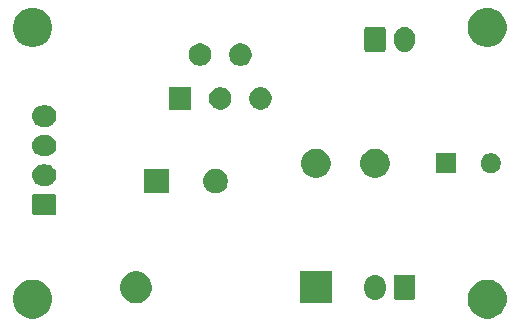
<source format=gbr>
G04 #@! TF.GenerationSoftware,KiCad,Pcbnew,5.1.6-c6e7f7d~87~ubuntu20.04.1*
G04 #@! TF.CreationDate,2020-08-21T13:28:06+01:00*
G04 #@! TF.ProjectId,power_supply,706f7765-725f-4737-9570-706c792e6b69,rev?*
G04 #@! TF.SameCoordinates,Original*
G04 #@! TF.FileFunction,Soldermask,Top*
G04 #@! TF.FilePolarity,Negative*
%FSLAX46Y46*%
G04 Gerber Fmt 4.6, Leading zero omitted, Abs format (unit mm)*
G04 Created by KiCad (PCBNEW 5.1.6-c6e7f7d~87~ubuntu20.04.1) date 2020-08-21 13:28:06*
%MOMM*%
%LPD*%
G01*
G04 APERTURE LIST*
%ADD10C,0.100000*%
G04 APERTURE END LIST*
D10*
G36*
X200875256Y-136891298D02*
G01*
X200981579Y-136912447D01*
X201282042Y-137036903D01*
X201552451Y-137217585D01*
X201782415Y-137447549D01*
X201963097Y-137717958D01*
X202078460Y-137996468D01*
X202087553Y-138018422D01*
X202151000Y-138337389D01*
X202151000Y-138662611D01*
X202144111Y-138697242D01*
X202087553Y-138981579D01*
X201963097Y-139282042D01*
X201782415Y-139552451D01*
X201552451Y-139782415D01*
X201282042Y-139963097D01*
X200981579Y-140087553D01*
X200875256Y-140108702D01*
X200662611Y-140151000D01*
X200337389Y-140151000D01*
X200124744Y-140108702D01*
X200018421Y-140087553D01*
X199717958Y-139963097D01*
X199447549Y-139782415D01*
X199217585Y-139552451D01*
X199036903Y-139282042D01*
X198912447Y-138981579D01*
X198855889Y-138697242D01*
X198849000Y-138662611D01*
X198849000Y-138337389D01*
X198912447Y-138018422D01*
X198921541Y-137996468D01*
X199036903Y-137717958D01*
X199217585Y-137447549D01*
X199447549Y-137217585D01*
X199717958Y-137036903D01*
X200018421Y-136912447D01*
X200124744Y-136891298D01*
X200337389Y-136849000D01*
X200662611Y-136849000D01*
X200875256Y-136891298D01*
G37*
G36*
X162375256Y-136891298D02*
G01*
X162481579Y-136912447D01*
X162782042Y-137036903D01*
X163052451Y-137217585D01*
X163282415Y-137447549D01*
X163463097Y-137717958D01*
X163578460Y-137996468D01*
X163587553Y-138018422D01*
X163651000Y-138337389D01*
X163651000Y-138662611D01*
X163644111Y-138697242D01*
X163587553Y-138981579D01*
X163463097Y-139282042D01*
X163282415Y-139552451D01*
X163052451Y-139782415D01*
X162782042Y-139963097D01*
X162481579Y-140087553D01*
X162375256Y-140108702D01*
X162162611Y-140151000D01*
X161837389Y-140151000D01*
X161624744Y-140108702D01*
X161518421Y-140087553D01*
X161217958Y-139963097D01*
X160947549Y-139782415D01*
X160717585Y-139552451D01*
X160536903Y-139282042D01*
X160412447Y-138981579D01*
X160355889Y-138697242D01*
X160349000Y-138662611D01*
X160349000Y-138337389D01*
X160412447Y-138018422D01*
X160421541Y-137996468D01*
X160536903Y-137717958D01*
X160717585Y-137447549D01*
X160947549Y-137217585D01*
X161217958Y-137036903D01*
X161518421Y-136912447D01*
X161624744Y-136891298D01*
X161837389Y-136849000D01*
X162162611Y-136849000D01*
X162375256Y-136891298D01*
G37*
G36*
X187351000Y-138851000D02*
G01*
X184649000Y-138851000D01*
X184649000Y-136149000D01*
X187351000Y-136149000D01*
X187351000Y-138851000D01*
G37*
G36*
X171154072Y-136200918D02*
G01*
X171399939Y-136302759D01*
X171511328Y-136377187D01*
X171621211Y-136450609D01*
X171809391Y-136638789D01*
X171957242Y-136860063D01*
X172059082Y-137105928D01*
X172111000Y-137366937D01*
X172111000Y-137633063D01*
X172098827Y-137694259D01*
X172059082Y-137894072D01*
X171957241Y-138139939D01*
X171948520Y-138152991D01*
X171809391Y-138361211D01*
X171621211Y-138549391D01*
X171612279Y-138555359D01*
X171399939Y-138697241D01*
X171399938Y-138697242D01*
X171399937Y-138697242D01*
X171154072Y-138799082D01*
X170893063Y-138851000D01*
X170626937Y-138851000D01*
X170365928Y-138799082D01*
X170120063Y-138697242D01*
X170120062Y-138697242D01*
X170120061Y-138697241D01*
X169907721Y-138555359D01*
X169898789Y-138549391D01*
X169710609Y-138361211D01*
X169571480Y-138152991D01*
X169562759Y-138139939D01*
X169460918Y-137894072D01*
X169421173Y-137694259D01*
X169409000Y-137633063D01*
X169409000Y-137366937D01*
X169460918Y-137105928D01*
X169562758Y-136860063D01*
X169710609Y-136638789D01*
X169898789Y-136450609D01*
X170008672Y-136377187D01*
X170120061Y-136302759D01*
X170365928Y-136200918D01*
X170626937Y-136149000D01*
X170893063Y-136149000D01*
X171154072Y-136200918D01*
G37*
G36*
X191176627Y-136462037D02*
G01*
X191346466Y-136513557D01*
X191502991Y-136597222D01*
X191538729Y-136626552D01*
X191640186Y-136709814D01*
X191723448Y-136811271D01*
X191752778Y-136847009D01*
X191836443Y-137003534D01*
X191887963Y-137173374D01*
X191901000Y-137305743D01*
X191901000Y-137694258D01*
X191887963Y-137826627D01*
X191836443Y-137996466D01*
X191752778Y-138152991D01*
X191723448Y-138188729D01*
X191640186Y-138290186D01*
X191502989Y-138402779D01*
X191346467Y-138486442D01*
X191346465Y-138486443D01*
X191176626Y-138537963D01*
X191000000Y-138555359D01*
X190823373Y-138537963D01*
X190653534Y-138486443D01*
X190497009Y-138402778D01*
X190446361Y-138361212D01*
X190359814Y-138290186D01*
X190247221Y-138152989D01*
X190163558Y-137996467D01*
X190163557Y-137996465D01*
X190112037Y-137826626D01*
X190105519Y-137760442D01*
X190099000Y-137694259D01*
X190099000Y-137305740D01*
X190112037Y-137173375D01*
X190112037Y-137173373D01*
X190163557Y-137003534D01*
X190247222Y-136847009D01*
X190359815Y-136709815D01*
X190497010Y-136597222D01*
X190653535Y-136513557D01*
X190823374Y-136462037D01*
X191000000Y-136444641D01*
X191176627Y-136462037D01*
G37*
G36*
X194258600Y-136452989D02*
G01*
X194291652Y-136463015D01*
X194322103Y-136479292D01*
X194348799Y-136501201D01*
X194370708Y-136527897D01*
X194386985Y-136558348D01*
X194397011Y-136591400D01*
X194401000Y-136631903D01*
X194401000Y-138368097D01*
X194397011Y-138408600D01*
X194386985Y-138441652D01*
X194370708Y-138472103D01*
X194348799Y-138498799D01*
X194322103Y-138520708D01*
X194291652Y-138536985D01*
X194258600Y-138547011D01*
X194218097Y-138551000D01*
X192781903Y-138551000D01*
X192741400Y-138547011D01*
X192708348Y-138536985D01*
X192677897Y-138520708D01*
X192651201Y-138498799D01*
X192629292Y-138472103D01*
X192613015Y-138441652D01*
X192602989Y-138408600D01*
X192599000Y-138368097D01*
X192599000Y-136631903D01*
X192602989Y-136591400D01*
X192613015Y-136558348D01*
X192629292Y-136527897D01*
X192651201Y-136501201D01*
X192677897Y-136479292D01*
X192708348Y-136463015D01*
X192741400Y-136452989D01*
X192781903Y-136449000D01*
X194218097Y-136449000D01*
X194258600Y-136452989D01*
G37*
G36*
X163883600Y-129602989D02*
G01*
X163916652Y-129613015D01*
X163947103Y-129629292D01*
X163973799Y-129651201D01*
X163995708Y-129677897D01*
X164011985Y-129708348D01*
X164022011Y-129741400D01*
X164026000Y-129781903D01*
X164026000Y-131218097D01*
X164022011Y-131258600D01*
X164011985Y-131291652D01*
X163995708Y-131322103D01*
X163973799Y-131348799D01*
X163947103Y-131370708D01*
X163916652Y-131386985D01*
X163883600Y-131397011D01*
X163843097Y-131401000D01*
X162156903Y-131401000D01*
X162116400Y-131397011D01*
X162083348Y-131386985D01*
X162052897Y-131370708D01*
X162026201Y-131348799D01*
X162004292Y-131322103D01*
X161988015Y-131291652D01*
X161977989Y-131258600D01*
X161974000Y-131218097D01*
X161974000Y-129781903D01*
X161977989Y-129741400D01*
X161988015Y-129708348D01*
X162004292Y-129677897D01*
X162026201Y-129651201D01*
X162052897Y-129629292D01*
X162083348Y-129613015D01*
X162116400Y-129602989D01*
X162156903Y-129599000D01*
X163843097Y-129599000D01*
X163883600Y-129602989D01*
G37*
G36*
X177806564Y-127489389D02*
G01*
X177997833Y-127568615D01*
X177997835Y-127568616D01*
X178169973Y-127683635D01*
X178316365Y-127830027D01*
X178411039Y-127971716D01*
X178431385Y-128002167D01*
X178510611Y-128193436D01*
X178551000Y-128396484D01*
X178551000Y-128603516D01*
X178510611Y-128806564D01*
X178471494Y-128901000D01*
X178431384Y-128997835D01*
X178316365Y-129169973D01*
X178169973Y-129316365D01*
X177997835Y-129431384D01*
X177997834Y-129431385D01*
X177997833Y-129431385D01*
X177806564Y-129510611D01*
X177603516Y-129551000D01*
X177396484Y-129551000D01*
X177193436Y-129510611D01*
X177002167Y-129431385D01*
X177002166Y-129431385D01*
X177002165Y-129431384D01*
X176830027Y-129316365D01*
X176683635Y-129169973D01*
X176568616Y-128997835D01*
X176528506Y-128901000D01*
X176489389Y-128806564D01*
X176449000Y-128603516D01*
X176449000Y-128396484D01*
X176489389Y-128193436D01*
X176568615Y-128002167D01*
X176588962Y-127971716D01*
X176683635Y-127830027D01*
X176830027Y-127683635D01*
X177002165Y-127568616D01*
X177002167Y-127568615D01*
X177193436Y-127489389D01*
X177396484Y-127449000D01*
X177603516Y-127449000D01*
X177806564Y-127489389D01*
G37*
G36*
X173551000Y-129551000D02*
G01*
X171449000Y-129551000D01*
X171449000Y-127449000D01*
X173551000Y-127449000D01*
X173551000Y-129551000D01*
G37*
G36*
X163235443Y-127105519D02*
G01*
X163301627Y-127112037D01*
X163471466Y-127163557D01*
X163627991Y-127247222D01*
X163663729Y-127276552D01*
X163765186Y-127359814D01*
X163838378Y-127449000D01*
X163877778Y-127497009D01*
X163961443Y-127653534D01*
X164012963Y-127823373D01*
X164030359Y-128000000D01*
X164012963Y-128176627D01*
X163961443Y-128346466D01*
X163877778Y-128502991D01*
X163848448Y-128538729D01*
X163765186Y-128640186D01*
X163663729Y-128723448D01*
X163627991Y-128752778D01*
X163471466Y-128836443D01*
X163301627Y-128887963D01*
X163235443Y-128894481D01*
X163169260Y-128901000D01*
X162830740Y-128901000D01*
X162764557Y-128894481D01*
X162698373Y-128887963D01*
X162528534Y-128836443D01*
X162372009Y-128752778D01*
X162336271Y-128723448D01*
X162234814Y-128640186D01*
X162151552Y-128538729D01*
X162122222Y-128502991D01*
X162038557Y-128346466D01*
X161987037Y-128176627D01*
X161969641Y-128000000D01*
X161987037Y-127823373D01*
X162038557Y-127653534D01*
X162122222Y-127497009D01*
X162161622Y-127449000D01*
X162234814Y-127359814D01*
X162336271Y-127276552D01*
X162372009Y-127247222D01*
X162528534Y-127163557D01*
X162698373Y-127112037D01*
X162764557Y-127105519D01*
X162830740Y-127099000D01*
X163169260Y-127099000D01*
X163235443Y-127105519D01*
G37*
G36*
X191364903Y-125797075D02*
G01*
X191484149Y-125846468D01*
X191592571Y-125891378D01*
X191797466Y-126028285D01*
X191971715Y-126202534D01*
X192061190Y-126336443D01*
X192108623Y-126407431D01*
X192202925Y-126635097D01*
X192251000Y-126876786D01*
X192251000Y-127123214D01*
X192202925Y-127364903D01*
X192118545Y-127568616D01*
X192108622Y-127592571D01*
X191971715Y-127797466D01*
X191797466Y-127971715D01*
X191592571Y-128108622D01*
X191592570Y-128108623D01*
X191592569Y-128108623D01*
X191364903Y-128202925D01*
X191123214Y-128251000D01*
X190876786Y-128251000D01*
X190635097Y-128202925D01*
X190407431Y-128108623D01*
X190407430Y-128108623D01*
X190407429Y-128108622D01*
X190202534Y-127971715D01*
X190028285Y-127797466D01*
X189891378Y-127592571D01*
X189881456Y-127568616D01*
X189797075Y-127364903D01*
X189749000Y-127123214D01*
X189749000Y-126876786D01*
X189797075Y-126635097D01*
X189891377Y-126407431D01*
X189938810Y-126336443D01*
X190028285Y-126202534D01*
X190202534Y-126028285D01*
X190407429Y-125891378D01*
X190515852Y-125846468D01*
X190635097Y-125797075D01*
X190876786Y-125749000D01*
X191123214Y-125749000D01*
X191364903Y-125797075D01*
G37*
G36*
X186364903Y-125797075D02*
G01*
X186484149Y-125846468D01*
X186592571Y-125891378D01*
X186797466Y-126028285D01*
X186971715Y-126202534D01*
X187061190Y-126336443D01*
X187108623Y-126407431D01*
X187202925Y-126635097D01*
X187251000Y-126876786D01*
X187251000Y-127123214D01*
X187202925Y-127364903D01*
X187118545Y-127568616D01*
X187108622Y-127592571D01*
X186971715Y-127797466D01*
X186797466Y-127971715D01*
X186592571Y-128108622D01*
X186592570Y-128108623D01*
X186592569Y-128108623D01*
X186364903Y-128202925D01*
X186123214Y-128251000D01*
X185876786Y-128251000D01*
X185635097Y-128202925D01*
X185407431Y-128108623D01*
X185407430Y-128108623D01*
X185407429Y-128108622D01*
X185202534Y-127971715D01*
X185028285Y-127797466D01*
X184891378Y-127592571D01*
X184881456Y-127568616D01*
X184797075Y-127364903D01*
X184749000Y-127123214D01*
X184749000Y-126876786D01*
X184797075Y-126635097D01*
X184891377Y-126407431D01*
X184938810Y-126336443D01*
X185028285Y-126202534D01*
X185202534Y-126028285D01*
X185407429Y-125891378D01*
X185515852Y-125846468D01*
X185635097Y-125797075D01*
X185876786Y-125749000D01*
X186123214Y-125749000D01*
X186364903Y-125797075D01*
G37*
G36*
X201048228Y-126181703D02*
G01*
X201203100Y-126245853D01*
X201342481Y-126338985D01*
X201461015Y-126457519D01*
X201554147Y-126596900D01*
X201618297Y-126751772D01*
X201651000Y-126916184D01*
X201651000Y-127083816D01*
X201618297Y-127248228D01*
X201554147Y-127403100D01*
X201461015Y-127542481D01*
X201342481Y-127661015D01*
X201203100Y-127754147D01*
X201048228Y-127818297D01*
X200883816Y-127851000D01*
X200716184Y-127851000D01*
X200551772Y-127818297D01*
X200396900Y-127754147D01*
X200257519Y-127661015D01*
X200138985Y-127542481D01*
X200045853Y-127403100D01*
X199981703Y-127248228D01*
X199949000Y-127083816D01*
X199949000Y-126916184D01*
X199981703Y-126751772D01*
X200045853Y-126596900D01*
X200138985Y-126457519D01*
X200257519Y-126338985D01*
X200396900Y-126245853D01*
X200551772Y-126181703D01*
X200716184Y-126149000D01*
X200883816Y-126149000D01*
X201048228Y-126181703D01*
G37*
G36*
X197851000Y-127851000D02*
G01*
X196149000Y-127851000D01*
X196149000Y-126149000D01*
X197851000Y-126149000D01*
X197851000Y-127851000D01*
G37*
G36*
X163235443Y-124605519D02*
G01*
X163301627Y-124612037D01*
X163471466Y-124663557D01*
X163627991Y-124747222D01*
X163663729Y-124776552D01*
X163765186Y-124859814D01*
X163848448Y-124961271D01*
X163877778Y-124997009D01*
X163961443Y-125153534D01*
X164012963Y-125323373D01*
X164030359Y-125500000D01*
X164012963Y-125676627D01*
X163961443Y-125846466D01*
X163877778Y-126002991D01*
X163848448Y-126038729D01*
X163765186Y-126140186D01*
X163689211Y-126202536D01*
X163627991Y-126252778D01*
X163471466Y-126336443D01*
X163301627Y-126387963D01*
X163235443Y-126394481D01*
X163169260Y-126401000D01*
X162830740Y-126401000D01*
X162764557Y-126394481D01*
X162698373Y-126387963D01*
X162528534Y-126336443D01*
X162372009Y-126252778D01*
X162310789Y-126202536D01*
X162234814Y-126140186D01*
X162151552Y-126038729D01*
X162122222Y-126002991D01*
X162038557Y-125846466D01*
X161987037Y-125676627D01*
X161969641Y-125500000D01*
X161987037Y-125323373D01*
X162038557Y-125153534D01*
X162122222Y-124997009D01*
X162151552Y-124961271D01*
X162234814Y-124859814D01*
X162336271Y-124776552D01*
X162372009Y-124747222D01*
X162528534Y-124663557D01*
X162698373Y-124612037D01*
X162764557Y-124605519D01*
X162830740Y-124599000D01*
X163169260Y-124599000D01*
X163235443Y-124605519D01*
G37*
G36*
X163235442Y-122105518D02*
G01*
X163301627Y-122112037D01*
X163471466Y-122163557D01*
X163627991Y-122247222D01*
X163663729Y-122276552D01*
X163765186Y-122359814D01*
X163840019Y-122451000D01*
X163877778Y-122497009D01*
X163961443Y-122653534D01*
X164012963Y-122823373D01*
X164030359Y-123000000D01*
X164012963Y-123176627D01*
X163961443Y-123346466D01*
X163877778Y-123502991D01*
X163848448Y-123538729D01*
X163765186Y-123640186D01*
X163663729Y-123723448D01*
X163627991Y-123752778D01*
X163471466Y-123836443D01*
X163301627Y-123887963D01*
X163235443Y-123894481D01*
X163169260Y-123901000D01*
X162830740Y-123901000D01*
X162764557Y-123894481D01*
X162698373Y-123887963D01*
X162528534Y-123836443D01*
X162372009Y-123752778D01*
X162336271Y-123723448D01*
X162234814Y-123640186D01*
X162151552Y-123538729D01*
X162122222Y-123502991D01*
X162038557Y-123346466D01*
X161987037Y-123176627D01*
X161969641Y-123000000D01*
X161987037Y-122823373D01*
X162038557Y-122653534D01*
X162122222Y-122497009D01*
X162159981Y-122451000D01*
X162234814Y-122359814D01*
X162336271Y-122276552D01*
X162372009Y-122247222D01*
X162528534Y-122163557D01*
X162698373Y-122112037D01*
X162764558Y-122105518D01*
X162830740Y-122099000D01*
X163169260Y-122099000D01*
X163235442Y-122105518D01*
G37*
G36*
X181577395Y-120585546D02*
G01*
X181750466Y-120657234D01*
X181750467Y-120657235D01*
X181906227Y-120761310D01*
X182038690Y-120893773D01*
X182038691Y-120893775D01*
X182142766Y-121049534D01*
X182214454Y-121222605D01*
X182251000Y-121406333D01*
X182251000Y-121593667D01*
X182214454Y-121777395D01*
X182142766Y-121950466D01*
X182142765Y-121950467D01*
X182038690Y-122106227D01*
X181906227Y-122238690D01*
X181827818Y-122291081D01*
X181750466Y-122342766D01*
X181577395Y-122414454D01*
X181393667Y-122451000D01*
X181206333Y-122451000D01*
X181022605Y-122414454D01*
X180849534Y-122342766D01*
X180772182Y-122291081D01*
X180693773Y-122238690D01*
X180561310Y-122106227D01*
X180457235Y-121950467D01*
X180457234Y-121950466D01*
X180385546Y-121777395D01*
X180349000Y-121593667D01*
X180349000Y-121406333D01*
X180385546Y-121222605D01*
X180457234Y-121049534D01*
X180561309Y-120893775D01*
X180561310Y-120893773D01*
X180693773Y-120761310D01*
X180849533Y-120657235D01*
X180849534Y-120657234D01*
X181022605Y-120585546D01*
X181206333Y-120549000D01*
X181393667Y-120549000D01*
X181577395Y-120585546D01*
G37*
G36*
X175451000Y-122451000D02*
G01*
X173549000Y-122451000D01*
X173549000Y-120549000D01*
X175451000Y-120549000D01*
X175451000Y-122451000D01*
G37*
G36*
X178177395Y-120585546D02*
G01*
X178350466Y-120657234D01*
X178350467Y-120657235D01*
X178506227Y-120761310D01*
X178638690Y-120893773D01*
X178638691Y-120893775D01*
X178742766Y-121049534D01*
X178814454Y-121222605D01*
X178851000Y-121406333D01*
X178851000Y-121593667D01*
X178814454Y-121777395D01*
X178742766Y-121950466D01*
X178742765Y-121950467D01*
X178638690Y-122106227D01*
X178506227Y-122238690D01*
X178427818Y-122291081D01*
X178350466Y-122342766D01*
X178177395Y-122414454D01*
X177993667Y-122451000D01*
X177806333Y-122451000D01*
X177622605Y-122414454D01*
X177449534Y-122342766D01*
X177372182Y-122291081D01*
X177293773Y-122238690D01*
X177161310Y-122106227D01*
X177057235Y-121950467D01*
X177057234Y-121950466D01*
X176985546Y-121777395D01*
X176949000Y-121593667D01*
X176949000Y-121406333D01*
X176985546Y-121222605D01*
X177057234Y-121049534D01*
X177161309Y-120893775D01*
X177161310Y-120893773D01*
X177293773Y-120761310D01*
X177449533Y-120657235D01*
X177449534Y-120657234D01*
X177622605Y-120585546D01*
X177806333Y-120549000D01*
X177993667Y-120549000D01*
X178177395Y-120585546D01*
G37*
G36*
X176477395Y-116885546D02*
G01*
X176650466Y-116957234D01*
X176659242Y-116963098D01*
X176806227Y-117061310D01*
X176938690Y-117193773D01*
X176938691Y-117193775D01*
X177042766Y-117349534D01*
X177114454Y-117522605D01*
X177151000Y-117706333D01*
X177151000Y-117893667D01*
X177114454Y-118077395D01*
X177042766Y-118250466D01*
X177042765Y-118250467D01*
X176938690Y-118406227D01*
X176806227Y-118538690D01*
X176727818Y-118591081D01*
X176650466Y-118642766D01*
X176477395Y-118714454D01*
X176293667Y-118751000D01*
X176106333Y-118751000D01*
X175922605Y-118714454D01*
X175749534Y-118642766D01*
X175672182Y-118591081D01*
X175593773Y-118538690D01*
X175461310Y-118406227D01*
X175357235Y-118250467D01*
X175357234Y-118250466D01*
X175285546Y-118077395D01*
X175249000Y-117893667D01*
X175249000Y-117706333D01*
X175285546Y-117522605D01*
X175357234Y-117349534D01*
X175461309Y-117193775D01*
X175461310Y-117193773D01*
X175593773Y-117061310D01*
X175740758Y-116963098D01*
X175749534Y-116957234D01*
X175922605Y-116885546D01*
X176106333Y-116849000D01*
X176293667Y-116849000D01*
X176477395Y-116885546D01*
G37*
G36*
X179877395Y-116885546D02*
G01*
X180050466Y-116957234D01*
X180059242Y-116963098D01*
X180206227Y-117061310D01*
X180338690Y-117193773D01*
X180338691Y-117193775D01*
X180442766Y-117349534D01*
X180514454Y-117522605D01*
X180551000Y-117706333D01*
X180551000Y-117893667D01*
X180514454Y-118077395D01*
X180442766Y-118250466D01*
X180442765Y-118250467D01*
X180338690Y-118406227D01*
X180206227Y-118538690D01*
X180127818Y-118591081D01*
X180050466Y-118642766D01*
X179877395Y-118714454D01*
X179693667Y-118751000D01*
X179506333Y-118751000D01*
X179322605Y-118714454D01*
X179149534Y-118642766D01*
X179072182Y-118591081D01*
X178993773Y-118538690D01*
X178861310Y-118406227D01*
X178757235Y-118250467D01*
X178757234Y-118250466D01*
X178685546Y-118077395D01*
X178649000Y-117893667D01*
X178649000Y-117706333D01*
X178685546Y-117522605D01*
X178757234Y-117349534D01*
X178861309Y-117193775D01*
X178861310Y-117193773D01*
X178993773Y-117061310D01*
X179140758Y-116963098D01*
X179149534Y-116957234D01*
X179322605Y-116885546D01*
X179506333Y-116849000D01*
X179693667Y-116849000D01*
X179877395Y-116885546D01*
G37*
G36*
X193676626Y-115462037D02*
G01*
X193846465Y-115513557D01*
X193846467Y-115513558D01*
X194002989Y-115597221D01*
X194140186Y-115709814D01*
X194223448Y-115811271D01*
X194252778Y-115847009D01*
X194336443Y-116003534D01*
X194387963Y-116173373D01*
X194401000Y-116305742D01*
X194401000Y-116694257D01*
X194387963Y-116826626D01*
X194336443Y-116996466D01*
X194252778Y-117152991D01*
X194223448Y-117188729D01*
X194140186Y-117290186D01*
X194067870Y-117349533D01*
X194002991Y-117402778D01*
X193846466Y-117486443D01*
X193676627Y-117537963D01*
X193500000Y-117555359D01*
X193323374Y-117537963D01*
X193153535Y-117486443D01*
X192997010Y-117402778D01*
X192859815Y-117290185D01*
X192747222Y-117152991D01*
X192663557Y-116996466D01*
X192612037Y-116826627D01*
X192599000Y-116694258D01*
X192599000Y-116305743D01*
X192601335Y-116282040D01*
X192612037Y-116173376D01*
X192612037Y-116173374D01*
X192663557Y-116003535D01*
X192747222Y-115847010D01*
X192747223Y-115847009D01*
X192859814Y-115709814D01*
X192961271Y-115626552D01*
X192997009Y-115597222D01*
X193153534Y-115513557D01*
X193323373Y-115462037D01*
X193500000Y-115444641D01*
X193676626Y-115462037D01*
G37*
G36*
X191758600Y-115452989D02*
G01*
X191791652Y-115463015D01*
X191822103Y-115479292D01*
X191848799Y-115501201D01*
X191870708Y-115527897D01*
X191886985Y-115558348D01*
X191897011Y-115591400D01*
X191901000Y-115631903D01*
X191901000Y-117368097D01*
X191897011Y-117408600D01*
X191886985Y-117441652D01*
X191870708Y-117472103D01*
X191848799Y-117498799D01*
X191822103Y-117520708D01*
X191791652Y-117536985D01*
X191758600Y-117547011D01*
X191718097Y-117551000D01*
X190281903Y-117551000D01*
X190241400Y-117547011D01*
X190208348Y-117536985D01*
X190177897Y-117520708D01*
X190151201Y-117498799D01*
X190129292Y-117472103D01*
X190113015Y-117441652D01*
X190102989Y-117408600D01*
X190099000Y-117368097D01*
X190099000Y-115631903D01*
X190102989Y-115591400D01*
X190113015Y-115558348D01*
X190129292Y-115527897D01*
X190151201Y-115501201D01*
X190177897Y-115479292D01*
X190208348Y-115463015D01*
X190241400Y-115452989D01*
X190281903Y-115449000D01*
X191718097Y-115449000D01*
X191758600Y-115452989D01*
G37*
G36*
X162375256Y-113891298D02*
G01*
X162481579Y-113912447D01*
X162782042Y-114036903D01*
X163052451Y-114217585D01*
X163282415Y-114447549D01*
X163282416Y-114447551D01*
X163463098Y-114717960D01*
X163587553Y-115018422D01*
X163651000Y-115337389D01*
X163651000Y-115662611D01*
X163641610Y-115709815D01*
X163587553Y-115981579D01*
X163463097Y-116282042D01*
X163282415Y-116552451D01*
X163052451Y-116782415D01*
X162782042Y-116963097D01*
X162481579Y-117087553D01*
X162375256Y-117108702D01*
X162162611Y-117151000D01*
X161837389Y-117151000D01*
X161624744Y-117108702D01*
X161518421Y-117087553D01*
X161217958Y-116963097D01*
X160947549Y-116782415D01*
X160717585Y-116552451D01*
X160536903Y-116282042D01*
X160412447Y-115981579D01*
X160358390Y-115709815D01*
X160349000Y-115662611D01*
X160349000Y-115337389D01*
X160412447Y-115018422D01*
X160536902Y-114717960D01*
X160717584Y-114447551D01*
X160717585Y-114447549D01*
X160947549Y-114217585D01*
X161217958Y-114036903D01*
X161518421Y-113912447D01*
X161624744Y-113891298D01*
X161837389Y-113849000D01*
X162162611Y-113849000D01*
X162375256Y-113891298D01*
G37*
G36*
X200875256Y-113891298D02*
G01*
X200981579Y-113912447D01*
X201282042Y-114036903D01*
X201552451Y-114217585D01*
X201782415Y-114447549D01*
X201782416Y-114447551D01*
X201963098Y-114717960D01*
X202087553Y-115018422D01*
X202151000Y-115337389D01*
X202151000Y-115662611D01*
X202141610Y-115709815D01*
X202087553Y-115981579D01*
X201963097Y-116282042D01*
X201782415Y-116552451D01*
X201552451Y-116782415D01*
X201282042Y-116963097D01*
X200981579Y-117087553D01*
X200875256Y-117108702D01*
X200662611Y-117151000D01*
X200337389Y-117151000D01*
X200124744Y-117108702D01*
X200018421Y-117087553D01*
X199717958Y-116963097D01*
X199447549Y-116782415D01*
X199217585Y-116552451D01*
X199036903Y-116282042D01*
X198912447Y-115981579D01*
X198858390Y-115709815D01*
X198849000Y-115662611D01*
X198849000Y-115337389D01*
X198912447Y-115018422D01*
X199036902Y-114717960D01*
X199217584Y-114447551D01*
X199217585Y-114447549D01*
X199447549Y-114217585D01*
X199717958Y-114036903D01*
X200018421Y-113912447D01*
X200124744Y-113891298D01*
X200337389Y-113849000D01*
X200662611Y-113849000D01*
X200875256Y-113891298D01*
G37*
M02*

</source>
